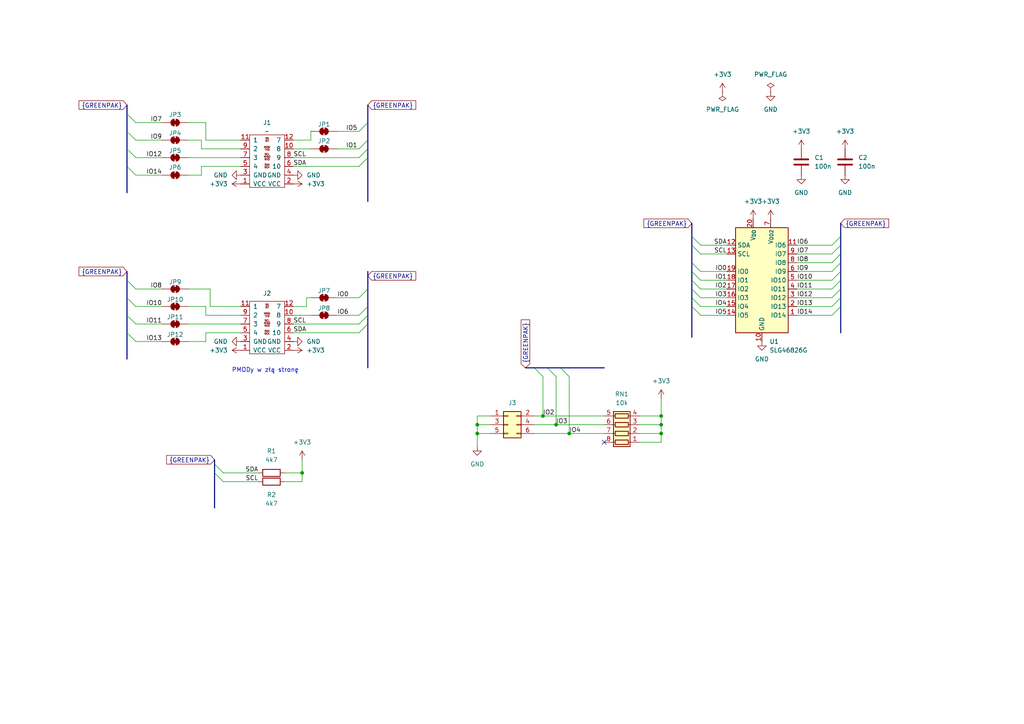
<source format=kicad_sch>
(kicad_sch (version 20231120) (generator "eeschema") (generator_version "8.0")
  (paper "A4")
  (lib_symbols
    (symbol "CPLD_Renesas:SLG46826G"
      (property "Reference" "U" (at 5.08 16.51 0))
      (property "Value" "SLG46826G" (at 6.35 -16.51 0))
      (symbol "SLG46826G_1_1"
        (rectangle (start -7.62 15.24) (end 7.62 -15.24) (stroke (width 0.254)) (fill (type background)))
        (pin bidirectional line (at 10.16 -10.16 180) (length 2.54) (name "IO14") (number "1"))
        (pin power_in line (at 0 -17.78 90) (length 2.54) (name "GND") (number "10"))
        (pin output line (at 10.16 10.16 180) (length 2.54) (name "IO6") (number "11"))
        (pin bidirectional line (at -10.16 10.16 0) (length 2.54) (name "SDA") (number "12"))
        (pin bidirectional line (at -10.16 7.62 0) (length 2.54) (name "SCL") (number "13"))
        (pin bidirectional line (at -10.16 -10.16 0) (length 2.54) (name "IO5") (number "14"))
        (pin bidirectional line (at -10.16 -7.62 0) (length 2.54) (name "IO4") (number "15"))
        (pin bidirectional line (at -10.16 -5.08 0) (length 2.54) (name "IO3") (number "16"))
        (pin bidirectional line (at -10.16 -2.54 0) (length 2.54) (name "IO2") (number "17"))
        (pin bidirectional line (at -10.16 0 0) (length 2.54) (name "IO1") (number "18"))
        (pin bidirectional line (at -10.16 2.54 0) (length 2.54) (name "IO0") (number "19"))
        (pin bidirectional line (at 10.16 -7.62 180) (length 2.54) (name "IO13") (number "2"))
        (pin power_in line (at -2.54 17.78 270) (length 2.54) (name "V_{DD}") (number "20"))
        (pin bidirectional line (at 10.16 -5.08 180) (length 2.54) (name "IO12") (number "3"))
        (pin bidirectional line (at 10.16 -2.54 180) (length 2.54) (name "IO11") (number "4"))
        (pin bidirectional line (at 10.16 0 180) (length 2.54) (name "IO10") (number "5"))
        (pin bidirectional line (at 10.16 2.54 180) (length 2.54) (name "IO9") (number "6"))
        (pin power_in line (at 2.54 17.78 270) (length 2.54) (name "V_{DD2}") (number "7"))
        (pin bidirectional line (at 10.16 5.08 180) (length 2.54) (name "IO8") (number "8"))
        (pin output line (at 10.16 7.62 180) (length 2.54) (name "IO7") (number "9"))
      )
    )
    (symbol "Connector_Generic:Conn_02x03_Odd_Even" (pin_names (offset 1.016) hide)
      (property "Reference" "J" (at 1.27 5.08 0))
      (property "Value" "Conn_02x03_Odd_Even" (at 1.27 -5.08 0))
      (symbol "Conn_02x03_Odd_Even_1_1"
        (rectangle (start -1.27 -2.413) (end 0 -2.667) (stroke (width 0.1524)))
        (rectangle (start -1.27 0.127) (end 0 -0.127) (stroke (width 0.1524)))
        (rectangle (start -1.27 2.667) (end 0 2.413) (stroke (width 0.1524)))
        (rectangle (start -1.27 3.81) (end 3.81 -3.81) (stroke (width 0.254)) (fill (type background)))
        (rectangle (start 3.81 -2.413) (end 2.54 -2.667) (stroke (width 0.1524)))
        (rectangle (start 3.81 0.127) (end 2.54 -0.127) (stroke (width 0.1524)))
        (rectangle (start 3.81 2.667) (end 2.54 2.413) (stroke (width 0.1524)))
        (pin passive line (at -5.08 2.54 0) (length 3.81) (name "Pin_1") (number "1"))
        (pin passive line (at 7.62 2.54 180) (length 3.81) (name "Pin_2") (number "2"))
        (pin passive line (at -5.08 0 0) (length 3.81) (name "Pin_3") (number "3"))
        (pin passive line (at 7.62 0 180) (length 3.81) (name "Pin_4") (number "4"))
        (pin passive line (at -5.08 -2.54 0) (length 3.81) (name "Pin_5") (number "5"))
        (pin passive line (at 7.62 -2.54 180) (length 3.81) (name "Pin_6") (number "6"))
      )
    )
    (symbol "Device:C" (pin_numbers hide) (pin_names (offset 0.254))
      (property "Reference" "C" (at 0.635 2.54 0))
      (property "Value" "C" (at 0.635 -2.54 0))
      (symbol "C_0_1"
        (polyline (pts (xy -2.032 -0.762) (xy 2.032 -0.762)) (stroke (width 0.508)))
        (polyline (pts (xy -2.032 0.762) (xy 2.032 0.762)) (stroke (width 0.508)))
      )
      (symbol "C_1_1"
        (pin passive line (at 0 3.81 270) (length 2.794) (name "~") (number "1"))
        (pin passive line (at 0 -3.81 90) (length 2.794) (name "~") (number "2"))
      )
    )
    (symbol "Device:R" (pin_numbers hide) (pin_names (offset 0))
      (property "Reference" "R" (at 2.032 0 90))
      (property "Value" "R" (at 0 0 90))
      (symbol "R_0_1"
        (rectangle (start -1.016 -2.54) (end 1.016 2.54) (stroke (width 0.254)))
      )
      (symbol "R_1_1"
        (pin passive line (at 0 3.81 270) (length 1.27) (name "~") (number "1"))
        (pin passive line (at 0 -3.81 90) (length 1.27) (name "~") (number "2"))
      )
    )
    (symbol "Device:R_Pack04" (pin_names (offset 0) hide)
      (property "Reference" "RN" (at -7.62 0 90))
      (property "Value" "R_Pack04" (at 5.08 0 90))
      (symbol "R_Pack04_0_1"
        (rectangle (start -6.35 -2.413) (end 3.81 2.413) (stroke (width 0.254)) (fill (type background)))
        (rectangle (start -5.715 1.905) (end -4.445 -1.905) (stroke (width 0.254)))
        (rectangle (start -3.175 1.905) (end -1.905 -1.905) (stroke (width 0.254)))
        (rectangle (start -0.635 1.905) (end 0.635 -1.905) (stroke (width 0.254)))
        (polyline (pts (xy -5.08 -2.54) (xy -5.08 -1.905)))
        (polyline (pts (xy -5.08 1.905) (xy -5.08 2.54)))
        (polyline (pts (xy -2.54 -2.54) (xy -2.54 -1.905)))
        (polyline (pts (xy -2.54 1.905) (xy -2.54 2.54)))
        (polyline (pts (xy 0 -2.54) (xy 0 -1.905)))
        (polyline (pts (xy 0 1.905) (xy 0 2.54)))
        (polyline (pts (xy 2.54 -2.54) (xy 2.54 -1.905)))
        (polyline (pts (xy 2.54 1.905) (xy 2.54 2.54)))
        (rectangle (start 1.905 1.905) (end 3.175 -1.905) (stroke (width 0.254)))
      )
      (symbol "R_Pack04_1_1"
        (pin passive line (at -5.08 -5.08 90) (length 2.54) (name "R1.1") (number "1"))
        (pin passive line (at -2.54 -5.08 90) (length 2.54) (name "R2.1") (number "2"))
        (pin passive line (at 0 -5.08 90) (length 2.54) (name "R3.1") (number "3"))
        (pin passive line (at 2.54 -5.08 90) (length 2.54) (name "R4.1") (number "4"))
        (pin passive line (at 2.54 5.08 270) (length 2.54) (name "R4.2") (number "5"))
        (pin passive line (at 0 5.08 270) (length 2.54) (name "R3.2") (number "6"))
        (pin passive line (at -2.54 5.08 270) (length 2.54) (name "R2.2") (number "7"))
        (pin passive line (at -5.08 5.08 270) (length 2.54) (name "R1.2") (number "8"))
      )
    )
    (symbol "Jumper:SolderJumper_2_Bridged" (pin_numbers hide) (pin_names (offset 0) hide) (exclude_from_sim yes) (in_bom no)
      (property "Reference" "JP" (at 0 2.032 0))
      (property "Value" "SolderJumper_2_Bridged" (at 0 -2.54 0))
      (symbol "SolderJumper_2_Bridged_0_1"
        (rectangle (start -0.508 0.508) (end 0.508 -0.508) (fill (type outline)))
        (arc (start -0.254 1.016) (mid -1.2656 0) (end -0.254 -1.016))
        (arc (start -0.254 1.016) (mid -1.2656 0) (end -0.254 -1.016) (fill (type outline)))
        (polyline (pts (xy -0.254 1.016) (xy -0.254 -1.016)))
        (polyline (pts (xy 0.254 1.016) (xy 0.254 -1.016)))
        (arc (start 0.254 -1.016) (mid 1.2656 0) (end 0.254 1.016))
        (arc (start 0.254 -1.016) (mid 1.2656 0) (end 0.254 1.016) (fill (type outline)))
      )
      (symbol "SolderJumper_2_Bridged_1_1"
        (pin passive line (at -3.81 0 0) (length 2.54) (name "A") (number "1"))
        (pin passive line (at 3.81 0 180) (length 2.54) (name "B") (number "2"))
      )
    )
    (symbol "local:PMOD_Header" (pin_names (offset 1.016))
      (property "Reference" "J" (at -0.254 7.62 0))
      (property "Value" "PMOD_Socket" (at -0.254 9.906 0))
      (symbol "PMOD_Header_0_0"
        (text "INT" (at 0 4.826 0) (effects (font (size 0.508 0.508))))
        (text "MISO" (at 0 0.254 0) (effects (font (size 0.508 0.508))))
        (text "MOSI" (at 0 3.048 0) (effects (font (size 0.508 0.508))))
        (text "RXD" (at 0 -0.508 0) (effects (font (size 0.508 0.508))))
        (text "SCK" (at 0 -2.794 0) (effects (font (size 0.508 0.508))))
        (text "SCL" (at 0 1.016 0) (effects (font (size 0.508 0.508))))
        (text "SDA" (at 0 -2.032 0) (effects (font (size 0.508 0.508))))
        (text "SS" (at 0 5.588 0) (effects (font (size 0.508 0.508))))
        (text "TXD" (at 0 2.286 0) (effects (font (size 0.508 0.508))))
      )
      (symbol "PMOD_Header_0_1"
        (rectangle (start -5.08 -8.636) (end -2.54 -8.636))
        (rectangle (start -5.08 6.604) (end -5.08 -8.636))
        (rectangle (start -2.54 6.604) (end -5.08 6.604))
        (rectangle (start -2.54 6.604) (end 5.08 6.604))
        (rectangle (start 5.08 -8.636) (end -2.54 -8.636))
        (rectangle (start 5.08 6.604) (end 5.08 -8.636))
      )
      (symbol "PMOD_Header_1_1"
        (pin power_in line (at -7.62 -7.62 0) (length 2.54) (name "VCC") (number "1"))
        (pin bidirectional line (at 7.62 2.54 180) (length 2.54) (name "8") (number "10"))
        (pin bidirectional line (at -7.62 5.08 0) (length 2.54) (name "1") (number "11"))
        (pin bidirectional line (at 7.62 5.08 180) (length 2.54) (name "7") (number "12"))
        (pin power_in line (at 7.62 -7.62 180) (length 2.54) (name "VCC") (number "2"))
        (pin passive line (at -7.62 -5.08 0) (length 2.54) (name "GND") (number "3"))
        (pin passive line (at 7.62 -5.08 180) (length 2.54) (name "GND") (number "4"))
        (pin bidirectional line (at -7.62 -2.54 0) (length 2.54) (name "4") (number "5"))
        (pin bidirectional line (at 7.62 -2.54 180) (length 2.54) (name "10") (number "6"))
        (pin bidirectional line (at -7.62 0 0) (length 2.54) (name "3") (number "7"))
        (pin bidirectional line (at 7.62 0 180) (length 2.54) (name "9") (number "8"))
        (pin bidirectional line (at -7.62 2.54 0) (length 2.54) (name "2") (number "9"))
      )
    )
    (symbol "local:PMOD_Socket" (pin_names (offset 1.016))
      (property "Reference" "J" (at -0.254 7.62 0))
      (property "Value" "PMOD_Socket" (at -0.254 9.906 0))
      (symbol "PMOD_Socket_0_0"
        (text "INT" (at 0 4.826 0) (effects (font (size 0.508 0.508))))
        (text "MISO" (at 0 0.254 0) (effects (font (size 0.508 0.508))))
        (text "MOSI" (at 0 3.048 0) (effects (font (size 0.508 0.508))))
        (text "RXD" (at 0 -0.508 0) (effects (font (size 0.508 0.508))))
        (text "SCK" (at 0 -2.794 0) (effects (font (size 0.508 0.508))))
        (text "SCL" (at 0 1.016 0) (effects (font (size 0.508 0.508))))
        (text "SDA" (at 0 -2.032 0) (effects (font (size 0.508 0.508))))
        (text "SS" (at 0 5.588 0) (effects (font (size 0.508 0.508))))
        (text "TXD" (at 0 2.286 0) (effects (font (size 0.508 0.508))))
      )
      (symbol "PMOD_Socket_0_1"
        (rectangle (start -5.08 -8.636) (end -2.54 -8.636))
        (rectangle (start -5.08 6.604) (end -5.08 -8.636))
        (rectangle (start -2.54 6.604) (end -5.08 6.604))
        (rectangle (start -2.54 6.604) (end 5.08 6.604))
        (rectangle (start 5.08 -8.636) (end -2.54 -8.636))
        (rectangle (start 5.08 6.604) (end 5.08 -8.636))
      )
      (symbol "PMOD_Socket_1_1"
        (pin power_in line (at -7.62 -7.62 0) (length 2.54) (name "VCC") (number "1"))
        (pin bidirectional line (at 7.62 2.54 180) (length 2.54) (name "8") (number "10"))
        (pin bidirectional line (at -7.62 5.08 0) (length 2.54) (name "1") (number "11"))
        (pin bidirectional line (at 7.62 5.08 180) (length 2.54) (name "7") (number "12"))
        (pin power_in line (at 7.62 -7.62 180) (length 2.54) (name "VCC") (number "2"))
        (pin passive line (at -7.62 -5.08 0) (length 2.54) (name "GND") (number "3"))
        (pin passive line (at 7.62 -5.08 180) (length 2.54) (name "GND") (number "4"))
        (pin bidirectional line (at -7.62 -2.54 0) (length 2.54) (name "4") (number "5"))
        (pin bidirectional line (at 7.62 -2.54 180) (length 2.54) (name "10") (number "6"))
        (pin bidirectional line (at -7.62 0 0) (length 2.54) (name "3") (number "7"))
        (pin bidirectional line (at 7.62 0 180) (length 2.54) (name "9") (number "8"))
        (pin bidirectional line (at -7.62 2.54 0) (length 2.54) (name "2") (number "9"))
      )
    )
    (symbol "power:+3V3" (power) (pin_numbers hide) (pin_names (offset 0) hide)
      (property "Value" "+3V3" (at 0 3.556 0))
      (symbol "+3V3_0_1"
        (polyline (pts (xy -0.762 1.27) (xy 0 2.54)))
        (polyline (pts (xy 0 0) (xy 0 2.54)))
        (polyline (pts (xy 0 2.54) (xy 0.762 1.27)))
      )
      (symbol "+3V3_1_1"
        (pin power_in line (at 0 0 90) (length 0) (name "~") (number "1"))
      )
    )
    (symbol "power:GND" (power) (pin_numbers hide) (pin_names (offset 0) hide)
      (property "Value" "GND" (at 0 -3.81 0))
      (symbol "GND_0_1"
        (polyline (pts (xy 0 0) (xy 0 -1.27) (xy 1.27 -1.27) (xy 0 -2.54) (xy -1.27 -1.27) (xy 0 -1.27)))
      )
      (symbol "GND_1_1"
        (pin power_in line (at 0 0 270) (length 0) (name "~") (number "1"))
      )
    )
    (symbol "power:PWR_FLAG" (power) (pin_numbers hide) (pin_names (offset 0) hide)
      (property "Value" "PWR_FLAG" (at 0 3.81 0))
      (symbol "PWR_FLAG_0_0"
        (pin power_out line (at 0 0 90) (length 0) (name "~") (number "1"))
      )
      (symbol "PWR_FLAG_0_1"
        (polyline (pts (xy 0 0) (xy 0 1.27) (xy -1.016 1.905) (xy 0 2.54) (xy 1.016 1.905) (xy 0 1.27)))
      )
    )
  )
  (bus_alias "GREENPAK" (members "IO[0..14]" "SDA" "SCL"))
  (junction (at 191.77 123.19))
  (junction (at 87.63 137.16))
  (junction (at 161.29 123.19))
  (junction (at 138.43 123.19))
  (junction (at 191.77 125.73))
  (junction (at 138.43 125.73))
  (junction (at 157.48 120.65))
  (junction (at 165.1 125.73))
  (junction (at 191.77 120.65))
  (no_connect (at 175.26 128.27))
  (bus_entry (at 243.84 88.9) (size -2.54 2.54))
  (bus_entry (at 200.66 83.82) (size 2.54 2.54))
  (bus_entry (at 200.66 86.36) (size 2.54 2.54))
  (bus_entry (at 200.66 76.2) (size 2.54 2.54))
  (bus_entry (at 200.66 81.28) (size 2.54 2.54))
  (bus_entry (at 106.68 93.98) (size -2.54 2.54))
  (bus_entry (at 62.23 137.16) (size 2.54 2.54))
  (bus_entry (at 243.84 78.74) (size -2.54 2.54))
  (bus_entry (at 36.83 96.52) (size 2.54 2.54))
  (bus_entry (at 200.66 78.74) (size 2.54 2.54))
  (bus_entry (at 106.68 83.82) (size -2.54 2.54))
  (bus_entry (at 200.66 71.12) (size 2.54 2.54))
  (bus_entry (at 243.84 73.66) (size -2.54 2.54))
  (bus_entry (at 243.84 83.82) (size -2.54 2.54))
  (bus_entry (at 36.83 86.36) (size 2.54 2.54))
  (bus_entry (at 200.66 88.9) (size 2.54 2.54))
  (bus_entry (at 36.83 43.18) (size 2.54 2.54))
  (bus_entry (at 106.68 91.44) (size -2.54 2.54))
  (bus_entry (at 154.94 106.68) (size 2.54 2.54))
  (bus_entry (at 62.23 134.62) (size 2.54 2.54))
  (bus_entry (at 36.83 38.1) (size 2.54 2.54))
  (bus_entry (at 243.84 81.28) (size -2.54 2.54))
  (bus_entry (at 243.84 86.36) (size -2.54 2.54))
  (bus_entry (at 106.68 43.18) (size -2.54 2.54))
  (bus_entry (at 106.68 45.72) (size -2.54 2.54))
  (bus_entry (at 36.83 33.02) (size 2.54 2.54))
  (bus_entry (at 243.84 76.2) (size -2.54 2.54))
  (bus_entry (at 36.83 81.28) (size 2.54 2.54))
  (bus_entry (at 162.56 106.68) (size 2.54 2.54))
  (bus_entry (at 106.68 35.56) (size -2.54 2.54))
  (bus_entry (at 106.68 40.64) (size -2.54 2.54))
  (bus_entry (at 243.84 71.12) (size -2.54 2.54))
  (bus_entry (at 158.75 106.68) (size 2.54 2.54))
  (bus_entry (at 36.83 48.26) (size 2.54 2.54))
  (bus_entry (at 200.66 68.58) (size 2.54 2.54))
  (bus_entry (at 36.83 91.44) (size 2.54 2.54))
  (bus_entry (at 243.84 68.58) (size -2.54 2.54))
  (bus_entry (at 106.68 88.9) (size -2.54 2.54))
  (wire (pts (xy 39.37 88.9) (xy 46.99 88.9)))
  (bus (pts (xy 106.68 35.56) (xy 106.68 40.64)))
  (wire (pts (xy 58.42 50.8) (xy 54.61 50.8)))
  (wire (pts (xy 87.63 137.16) (xy 82.55 137.16)))
  (bus (pts (xy 200.66 81.28) (xy 200.66 83.82)))
  (wire (pts (xy 231.14 73.66) (xy 241.3 73.66)))
  (bus (pts (xy 106.68 83.82) (xy 106.68 88.9)))
  (wire (pts (xy 58.42 40.64) (xy 54.61 40.64)))
  (wire (pts (xy 64.77 139.7) (xy 74.93 139.7)))
  (wire (pts (xy 191.77 128.27) (xy 185.42 128.27)))
  (bus (pts (xy 36.83 81.28) (xy 36.83 86.36)))
  (bus (pts (xy 36.83 30.48) (xy 36.83 33.02)))
  (bus (pts (xy 106.68 40.64) (xy 106.68 43.18)))
  (wire (pts (xy 191.77 115.57) (xy 191.77 120.65)))
  (wire (pts (xy 203.2 81.28) (xy 210.82 81.28)))
  (bus (pts (xy 200.66 71.12) (xy 200.66 76.2)))
  (wire (pts (xy 203.2 91.44) (xy 210.82 91.44)))
  (wire (pts (xy 85.09 91.44) (xy 90.17 91.44)))
  (bus (pts (xy 200.66 64.77) (xy 200.66 68.58)))
  (wire (pts (xy 58.42 48.26) (xy 58.42 50.8)))
  (bus (pts (xy 154.94 106.68) (xy 158.75 106.68)))
  (wire (pts (xy 231.14 81.28) (xy 241.3 81.28)))
  (wire (pts (xy 90.17 40.64) (xy 85.09 40.64)))
  (wire (pts (xy 203.2 83.82) (xy 210.82 83.82)))
  (wire (pts (xy 191.77 120.65) (xy 191.77 123.19)))
  (wire (pts (xy 138.43 129.54) (xy 138.43 125.73)))
  (bus (pts (xy 243.84 68.58) (xy 243.84 71.12)))
  (wire (pts (xy 60.96 83.82) (xy 54.61 83.82)))
  (wire (pts (xy 203.2 88.9) (xy 210.82 88.9)))
  (wire (pts (xy 138.43 120.65) (xy 142.24 120.65)))
  (wire (pts (xy 59.69 40.64) (xy 59.69 35.56)))
  (wire (pts (xy 88.9 88.9) (xy 88.9 86.36)))
  (wire (pts (xy 185.42 123.19) (xy 191.77 123.19)))
  (bus (pts (xy 62.23 133.35) (xy 62.23 134.62)))
  (bus (pts (xy 36.83 48.26) (xy 36.83 55.88)))
  (bus (pts (xy 243.84 71.12) (xy 243.84 73.66)))
  (wire (pts (xy 231.14 78.74) (xy 241.3 78.74)))
  (bus (pts (xy 243.84 78.74) (xy 243.84 81.28)))
  (wire (pts (xy 191.77 123.19) (xy 191.77 125.73)))
  (wire (pts (xy 161.29 123.19) (xy 175.26 123.19)))
  (wire (pts (xy 157.48 120.65) (xy 175.26 120.65)))
  (wire (pts (xy 39.37 35.56) (xy 46.99 35.56)))
  (bus (pts (xy 36.83 96.52) (xy 36.83 104.14)))
  (wire (pts (xy 231.14 86.36) (xy 241.3 86.36)))
  (bus (pts (xy 106.68 43.18) (xy 106.68 45.72)))
  (wire (pts (xy 185.42 120.65) (xy 191.77 120.65)))
  (bus (pts (xy 200.66 76.2) (xy 200.66 78.74)))
  (wire (pts (xy 154.94 125.73) (xy 165.1 125.73)))
  (wire (pts (xy 161.29 109.22) (xy 161.29 123.19)))
  (wire (pts (xy 85.09 48.26) (xy 104.14 48.26)))
  (wire (pts (xy 60.96 88.9) (xy 60.96 83.82)))
  (wire (pts (xy 54.61 93.98) (xy 69.85 93.98)))
  (wire (pts (xy 59.69 96.52) (xy 69.85 96.52)))
  (bus (pts (xy 200.66 78.74) (xy 200.66 81.28)))
  (wire (pts (xy 87.63 133.35) (xy 87.63 137.16)))
  (wire (pts (xy 85.09 93.98) (xy 104.14 93.98)))
  (bus (pts (xy 200.66 88.9) (xy 200.66 97.79)))
  (wire (pts (xy 203.2 86.36) (xy 210.82 86.36)))
  (bus (pts (xy 243.84 88.9) (xy 243.84 96.52)))
  (bus (pts (xy 158.75 106.68) (xy 162.56 106.68)))
  (bus (pts (xy 243.84 86.36) (xy 243.84 88.9)))
  (bus (pts (xy 162.56 106.68) (xy 175.26 106.68)))
  (wire (pts (xy 85.09 43.18) (xy 90.17 43.18)))
  (wire (pts (xy 142.24 123.19) (xy 138.43 123.19)))
  (bus (pts (xy 36.83 86.36) (xy 36.83 91.44)))
  (wire (pts (xy 154.94 123.19) (xy 161.29 123.19)))
  (wire (pts (xy 203.2 71.12) (xy 210.82 71.12)))
  (bus (pts (xy 36.83 38.1) (xy 36.83 43.18)))
  (wire (pts (xy 69.85 88.9) (xy 60.96 88.9)))
  (wire (pts (xy 39.37 50.8) (xy 46.99 50.8)))
  (wire (pts (xy 203.2 78.74) (xy 210.82 78.74)))
  (wire (pts (xy 185.42 125.73) (xy 191.77 125.73)))
  (wire (pts (xy 39.37 83.82) (xy 46.99 83.82)))
  (bus (pts (xy 62.23 137.16) (xy 62.23 147.32)))
  (bus (pts (xy 106.68 30.48) (xy 106.68 35.56)))
  (wire (pts (xy 97.79 86.36) (xy 104.14 86.36)))
  (wire (pts (xy 138.43 125.73) (xy 142.24 125.73)))
  (wire (pts (xy 69.85 91.44) (xy 59.69 91.44)))
  (wire (pts (xy 87.63 139.7) (xy 87.63 137.16)))
  (bus (pts (xy 152.4 106.68) (xy 154.94 106.68)))
  (bus (pts (xy 243.84 76.2) (xy 243.84 78.74)))
  (bus (pts (xy 200.66 83.82) (xy 200.66 86.36)))
  (wire (pts (xy 59.69 35.56) (xy 54.61 35.56)))
  (wire (pts (xy 69.85 40.64) (xy 59.69 40.64)))
  (wire (pts (xy 85.09 45.72) (xy 104.14 45.72)))
  (bus (pts (xy 106.68 93.98) (xy 106.68 106.68)))
  (wire (pts (xy 97.79 38.1) (xy 104.14 38.1)))
  (bus (pts (xy 36.83 78.74) (xy 36.83 81.28)))
  (wire (pts (xy 69.85 43.18) (xy 58.42 43.18)))
  (wire (pts (xy 154.94 120.65) (xy 157.48 120.65)))
  (wire (pts (xy 39.37 45.72) (xy 46.99 45.72)))
  (bus (pts (xy 243.84 83.82) (xy 243.84 86.36)))
  (wire (pts (xy 138.43 123.19) (xy 138.43 120.65)))
  (bus (pts (xy 62.23 134.62) (xy 62.23 137.16)))
  (wire (pts (xy 54.61 45.72) (xy 69.85 45.72)))
  (wire (pts (xy 69.85 48.26) (xy 58.42 48.26)))
  (wire (pts (xy 231.14 76.2) (xy 241.3 76.2)))
  (wire (pts (xy 85.09 88.9) (xy 88.9 88.9)))
  (bus (pts (xy 200.66 68.58) (xy 200.66 71.12)))
  (wire (pts (xy 138.43 123.19) (xy 138.43 125.73)))
  (wire (pts (xy 59.69 91.44) (xy 59.69 88.9)))
  (wire (pts (xy 97.79 91.44) (xy 104.14 91.44)))
  (bus (pts (xy 106.68 78.74) (xy 106.68 83.82)))
  (wire (pts (xy 90.17 38.1) (xy 90.17 40.64)))
  (wire (pts (xy 191.77 125.73) (xy 191.77 128.27)))
  (bus (pts (xy 243.84 64.77) (xy 243.84 68.58)))
  (wire (pts (xy 59.69 96.52) (xy 59.69 99.06)))
  (bus (pts (xy 36.83 33.02) (xy 36.83 38.1)))
  (wire (pts (xy 88.9 86.36) (xy 90.17 86.36)))
  (bus (pts (xy 106.68 88.9) (xy 106.68 91.44)))
  (wire (pts (xy 231.14 71.12) (xy 241.3 71.12)))
  (wire (pts (xy 59.69 88.9) (xy 54.61 88.9)))
  (wire (pts (xy 85.09 96.52) (xy 104.14 96.52)))
  (wire (pts (xy 97.79 43.18) (xy 104.14 43.18)))
  (wire (pts (xy 157.48 109.22) (xy 157.48 120.65)))
  (wire (pts (xy 231.14 91.44) (xy 241.3 91.44)))
  (wire (pts (xy 231.14 88.9) (xy 241.3 88.9)))
  (wire (pts (xy 58.42 43.18) (xy 58.42 40.64)))
  (bus (pts (xy 106.68 45.72) (xy 106.68 58.42)))
  (wire (pts (xy 59.69 99.06) (xy 54.61 99.06)))
  (bus (pts (xy 243.84 73.66) (xy 243.84 76.2)))
  (bus (pts (xy 200.66 86.36) (xy 200.66 88.9)))
  (wire (pts (xy 165.1 125.73) (xy 175.26 125.73)))
  (wire (pts (xy 231.14 83.82) (xy 241.3 83.82)))
  (bus (pts (xy 36.83 43.18) (xy 36.83 48.26)))
  (bus (pts (xy 106.68 91.44) (xy 106.68 93.98)))
  (bus (pts (xy 36.83 91.44) (xy 36.83 96.52)))
  (wire (pts (xy 203.2 73.66) (xy 210.82 73.66)))
  (wire (pts (xy 39.37 40.64) (xy 46.99 40.64)))
  (wire (pts (xy 165.1 109.22) (xy 165.1 125.73)))
  (bus (pts (xy 243.84 81.28) (xy 243.84 83.82)))
  (wire (pts (xy 39.37 93.98) (xy 46.99 93.98)))
  (wire (pts (xy 39.37 99.06) (xy 46.99 99.06)))
  (wire (pts (xy 82.55 139.7) (xy 87.63 139.7)))
  (wire (pts (xy 64.77 137.16) (xy 74.93 137.16)))
  (text "PMODy w złą stronę" (at 76.962 107.442 0) (effects (font (size 1.27 1.27))))
  (label "IO8" (at 46.99 83.82 180))
  (label "SDA" (at 85.09 96.52 0))
  (label "IO1" (at 210.82 81.28 180))
  (label "IO0" (at 97.79 86.36 0))
  (label "SCL" (at 85.09 45.72 0))
  (label "IO13" (at 231.14 88.9 0))
  (label "IO6" (at 231.14 71.12 0))
  (label "IO5" (at 210.82 91.44 180))
  (label "IO3" (at 161.29 123.19 0))
  (label "IO13" (at 46.99 99.06 180))
  (label "IO9" (at 46.99 40.64 180))
  (label "SCL" (at 85.09 93.98 0))
  (label "IO1" (at 100.33 43.18 0))
  (label "IO12" (at 231.14 86.36 0))
  (label "IO2" (at 157.48 120.65 0))
  (label "IO6" (at 97.79 91.44 0))
  (label "IO11" (at 46.99 93.98 180))
  (label "IO10" (at 46.99 88.9 180))
  (label "IO0" (at 210.82 78.74 180))
  (label "SCL" (at 210.82 73.66 180))
  (label "IO7" (at 231.14 73.66 0))
  (label "IO9" (at 231.14 78.74 0))
  (label "IO5" (at 100.33 38.1 0))
  (label "IO8" (at 231.14 76.2 0))
  (label "IO14" (at 231.14 91.44 0))
  (label "IO7" (at 46.99 35.56 180))
  (label "IO2" (at 210.82 83.82 180))
  (label "IO4" (at 165.1 125.73 0))
  (label "IO4" (at 210.82 88.9 180))
  (label "IO3" (at 210.82 86.36 180))
  (label "SDA" (at 210.82 71.12 180))
  (label "SDA" (at 74.93 137.16 180))
  (label "SDA" (at 85.09 48.26 0))
  (label "IO11" (at 231.14 83.82 0))
  (label "IO10" (at 231.14 81.28 0))
  (label "IO12" (at 46.99 45.72 180))
  (label "IO14" (at 46.99 50.8 180))
  (label "SCL" (at 74.93 139.7 180))
  (global_label "{GREENPAK}" (shape input) (at 36.83 78.74 180) (property "Intersheetrefs" "${INTERSHEET_REFS}" (effects (hide yes))))
  (global_label "{GREENPAK}" (shape input) (at 36.83 30.48 180) (property "Intersheetrefs" "${INTERSHEET_REFS}" (effects (hide yes))))
  (global_label "{GREENPAK}" (shape input) (at 243.84 64.77 0) (property "Intersheetrefs" "${INTERSHEET_REFS}" (effects (hide yes))))
  (global_label "{GREENPAK}" (shape input) (at 106.68 80.01 0) (property "Intersheetrefs" "${INTERSHEET_REFS}" (effects (hide yes))))
  (global_label "{GREENPAK}" (shape input) (at 152.4 106.68 90) (property "Intersheetrefs" "${INTERSHEET_REFS}" (effects (hide yes))))
  (global_label "{GREENPAK}" (shape input) (at 106.68 30.48 0) (property "Intersheetrefs" "${INTERSHEET_REFS}" (effects (hide yes))))
  (global_label "{GREENPAK}" (shape input) (at 62.23 133.35 180) (property "Intersheetrefs" "${INTERSHEET_REFS}" (effects (hide yes))))
  (global_label "{GREENPAK}" (shape input) (at 200.66 64.77 180) (property "Intersheetrefs" "${INTERSHEET_REFS}" (effects (hide yes))))
  (symbol (lib_id "Jumper:SolderJumper_2_Bridged") (at 50.8 50.8 0) (unit 1) (exclude_from_sim yes) (in_bom no)
    (property "Reference" "JP6" (at 50.8 48.514 0))
    (property "Value" "SolderJumper_2_Bridged" (effects (hide yes)))
    (property "Footprint" "Jumper:SolderJumper-2_P1.3mm_Bridged_Pad1.0x1.5mm" (effects (hide yes)))
    (property "Description" "Solder Jumper, 2-pole, closed/bridged" (effects (hide yes)))
  )
  (symbol (lib_id "Jumper:SolderJumper_2_Bridged") (at 93.98 38.1 0) (unit 1) (exclude_from_sim yes) (in_bom no)
    (property "Reference" "JP1" (at 93.98 36.068 0))
    (property "Footprint" "Jumper:SolderJumper-2_P1.3mm_Bridged_Pad1.0x1.5mm" (effects (hide yes)))
    (property "Description" "Solder Jumper, 2-pole, closed/bridged" (effects (hide yes)))
  )
  (symbol (lib_id "Device:C") (at 245.11 46.99 0) (unit 1)
    (property "Reference" "C2" (at 248.92 45.7199 0) (effects (justify left)))
    (property "Value" "100n" (at 248.92 48.2599 0) (effects (justify left)))
    (property "Footprint" "Capacitor_SMD:C_0805_2012Metric_Pad1.18x1.45mm_HandSolder" (effects (hide yes)))
    (property "Description" "Unpolarized capacitor" (effects (hide yes)))
  )
  (symbol (lib_id "power:GND") (at 85.09 50.8 90) (unit 1)
    (property "Reference" "#PWR02" (effects (hide yes)))
    (property "Value" "GND" (at 88.9 50.7999 90) (effects (justify right)))
    (property "Description" "Power symbol creates a global label with name \"GND\" , ground" (effects (hide yes)))
  )
  (symbol (lib_id "local:PMOD_Header") (at 77.47 45.72 0) (unit 1)
    (property "Reference" "J1" (at 77.47 35.56 0))
    (property "Value" "~" (at 77.47 38.1 0))
    (property "Footprint" "Connector_PinHeader_2.54mm:PinHeader_2x06_P2.54mm_Horizontal" (effects (hide yes)))
    (property "Description" "Generic connector, double row, 02x06, odd/even pin numbering scheme (row 1 odd numbers, row 2 even numbers), script generated (kicad-library-utils/schlib/autogen/connector/)" (effects (hide yes)))
  )
  (symbol (lib_id "power:GND") (at 69.85 50.8 270) (unit 1)
    (property "Reference" "#PWR03" (effects (hide yes)))
    (property "Value" "GND" (at 66.04 50.7999 90) (effects (justify right)))
    (property "Description" "Power symbol creates a global label with name \"GND\" , ground" (effects (hide yes)))
  )
  (symbol (lib_id "power:+3V3") (at 245.11 43.18 0) (unit 1)
    (property "Reference" "#PWR014" (effects (hide yes)))
    (property "Value" "+3V3" (at 245.11 38.1 0))
    (property "Description" "Power symbol creates a global label with name \"+3V3\"" (effects (hide yes)))
  )
  (symbol (lib_id "Jumper:SolderJumper_2_Bridged") (at 50.8 93.98 0) (unit 1) (exclude_from_sim yes) (in_bom no)
    (property "Reference" "JP11" (at 50.8 91.948 0))
    (property "Value" "SolderJumper_2_Bridged" (effects (hide yes)))
    (property "Footprint" "Jumper:SolderJumper-2_P1.3mm_Bridged_Pad1.0x1.5mm" (effects (hide yes)))
    (property "Description" "Solder Jumper, 2-pole, closed/bridged" (effects (hide yes)))
  )
  (symbol (lib_id "Jumper:SolderJumper_2_Bridged") (at 50.8 40.64 0) (unit 1) (exclude_from_sim yes) (in_bom no)
    (property "Reference" "JP4" (at 50.8 38.608 0))
    (property "Value" "SolderJumper_2_Bridged" (effects (hide yes)))
    (property "Footprint" "Jumper:SolderJumper-2_P1.3mm_Bridged_Pad1.0x1.5mm" (effects (hide yes)))
    (property "Description" "Solder Jumper, 2-pole, closed/bridged" (effects (hide yes)))
  )
  (symbol (lib_id "power:+3V3") (at 69.85 101.6 90) (unit 1)
    (property "Reference" "#PWR09" (effects (hide yes)))
    (property "Value" "+3V3" (at 66.04 101.5999 90) (effects (justify left)))
    (property "Description" "Power symbol creates a global label with name \"+3V3\"" (effects (hide yes)))
  )
  (symbol (lib_id "Device:R_Pack04") (at 180.34 123.19 90) (unit 1)
    (property "Reference" "RN1" (at 180.34 114.3 90))
    (property "Value" "10k" (at 180.34 116.84 90))
    (property "Footprint" "Resistor_SMD:R_Array_Convex_4x0603" (effects (hide yes)))
    (property "Description" "4 resistor network, parallel topology" (effects (hide yes)))
  )
  (symbol (lib_id "Jumper:SolderJumper_2_Bridged") (at 93.98 86.36 0) (unit 1) (exclude_from_sim yes) (in_bom no)
    (property "Reference" "JP7" (at 93.98 84.328 0))
    (property "Value" "SolderJumper_2_Bridged" (effects (hide yes)))
    (property "Footprint" "Jumper:SolderJumper-2_P1.3mm_Bridged_Pad1.0x1.5mm" (effects (hide yes)))
    (property "Description" "Solder Jumper, 2-pole, closed/bridged" (effects (hide yes)))
  )
  (symbol (lib_id "power:+3V3") (at 191.77 115.57 0) (unit 1)
    (property "Reference" "#PWR017" (effects (hide yes)))
    (property "Value" "+3V3" (at 191.77 110.49 0))
    (property "Description" "Power symbol creates a global label with name \"+3V3\"" (effects (hide yes)))
  )
  (symbol (lib_id "power:+3V3") (at 232.41 43.18 0) (unit 1)
    (property "Reference" "#PWR013" (effects (hide yes)))
    (property "Value" "+3V3" (at 232.41 38.1 0))
    (property "Description" "Power symbol creates a global label with name \"+3V3\"" (effects (hide yes)))
  )
  (symbol (lib_id "local:PMOD_Socket") (at 77.47 93.98 0) (unit 1)
    (property "Reference" "J2" (at 77.47 85.09 0))
    (property "Value" "Conn_02x06_Top_Bottom" (effects (hide yes)))
    (property "Footprint" "Connector_PinSocket_2.54mm:PinSocket_2x06_P2.54mm_Horizontal" (effects (hide yes)))
    (property "Description" "Generic connector, double row, 02x06, odd/even pin numbering scheme (row 1 odd numbers, row 2 even numbers), script generated (kicad-library-utils/schlib/autogen/connector/)" (effects (hide yes)))
  )
  (symbol (lib_id "power:+3V3") (at 85.09 101.6 270) (unit 1)
    (property "Reference" "#PWR08" (effects (hide yes)))
    (property "Value" "+3V3" (at 88.9 101.5999 90) (effects (justify left)))
    (property "Description" "Power symbol creates a global label with name \"+3V3\"" (effects (hide yes)))
  )
  (symbol (lib_id "Jumper:SolderJumper_2_Bridged") (at 50.8 45.72 0) (unit 1) (exclude_from_sim yes) (in_bom no)
    (property "Reference" "JP5" (at 50.8 43.688 0))
    (property "Value" "SolderJumper_2_Bridged" (effects (hide yes)))
    (property "Footprint" "Jumper:SolderJumper-2_P1.3mm_Bridged_Pad1.0x1.5mm" (effects (hide yes)))
    (property "Description" "Solder Jumper, 2-pole, closed/bridged" (effects (hide yes)))
  )
  (symbol (lib_id "Device:R") (at 78.74 139.7 90) (unit 1)
    (property "Reference" "R2" (at 78.74 143.51 90))
    (property "Value" "4k7" (at 78.74 146.05 90))
    (property "Footprint" "Resistor_SMD:R_0603_1608Metric_Pad0.98x0.95mm_HandSolder" (effects (hide yes)))
    (property "Description" "Resistor" (effects (hide yes)))
  )
  (symbol (lib_id "power:GND") (at 85.09 99.06 90) (unit 1)
    (property "Reference" "#PWR06" (effects (hide yes)))
    (property "Value" "GND" (at 88.9 99.0599 90) (effects (justify right)))
    (property "Description" "Power symbol creates a global label with name \"GND\" , ground" (effects (hide yes)))
  )
  (symbol (lib_id "Jumper:SolderJumper_2_Bridged") (at 93.98 43.18 0) (unit 1) (exclude_from_sim yes) (in_bom no)
    (property "Reference" "JP2" (at 93.98 40.894 0))
    (property "Value" "SolderJumper_2_Bridged" (effects (hide yes)))
    (property "Footprint" "Jumper:SolderJumper-2_P1.3mm_Bridged_Pad1.0x1.5mm" (effects (hide yes)))
    (property "Description" "Solder Jumper, 2-pole, closed/bridged" (effects (hide yes)))
  )
  (symbol (lib_id "power:+3V3") (at 209.55 26.67 0) (unit 1)
    (property "Reference" "#PWR016" (effects (hide yes)))
    (property "Value" "+3V3" (at 209.55 21.59 0))
    (property "Description" "Power symbol creates a global label with name \"+3V3\"" (effects (hide yes)))
  )
  (symbol (lib_id "Connector_Generic:Conn_02x03_Odd_Even") (at 147.32 123.19 0) (unit 1)
    (property "Reference" "J3" (at 148.59 116.84 0))
    (property "Value" "Conn_02x03_Counter_Clockwise" (effects (hide yes)))
    (property "Footprint" "Connector_PinHeader_1.27mm:PinHeader_2x03_P1.27mm_Vertical_SMD" (effects (hide yes)))
    (property "Description" "Generic connector, double row, 02x03, odd/even pin numbering scheme (row 1 odd numbers, row 2 even numbers), script generated (kicad-library-utils/schlib/autogen/connector/)" (effects (hide yes)))
  )
  (symbol (lib_id "power:+3V3") (at 223.52 63.5 0) (unit 1)
    (property "Reference" "#PWR010" (effects (hide yes)))
    (property "Value" "+3V3" (at 223.52 58.42 0))
    (property "Description" "Power symbol creates a global label with name \"+3V3\"" (effects (hide yes)))
  )
  (symbol (lib_id "power:+3V3") (at 69.85 53.34 90) (unit 1)
    (property "Reference" "#PWR05" (effects (hide yes)))
    (property "Value" "+3V3" (at 66.04 53.3399 90) (effects (justify left)))
    (property "Description" "Power symbol creates a global label with name \"+3V3\"" (effects (hide yes)))
  )
  (symbol (lib_id "power:GND") (at 232.41 50.8 0) (unit 1)
    (property "Reference" "#PWR012" (effects (hide yes)))
    (property "Value" "GND" (at 232.41 55.88 0))
    (property "Description" "Power symbol creates a global label with name \"GND\" , ground" (effects (hide yes)))
  )
  (symbol (lib_id "CPLD_Renesas:SLG46826G") (at 220.98 81.28 0) (unit 1)
    (property "Reference" "U1" (at 223.1741 99.06 0) (effects (justify left)))
    (property "Value" "SLG46826G" (at 223.1741 101.6 0) (effects (justify left)))
    (property "Footprint" "Package_SO:TSSOP-20_4.4x6.5mm_P0.65mm" (effects (hide yes)))
    (property "Datasheet" "https://www.renesas.com/in/en/document/dst/slg46826-datasheet" (effects (hide yes)))
    (property "Description" "GreenPAK Programmable Mixed-Signal Matrix with In-System Programmability, TSSOP-20" (effects (hide yes)))
  )
  (symbol (lib_id "Jumper:SolderJumper_2_Bridged") (at 50.8 99.06 0) (unit 1) (exclude_from_sim yes) (in_bom no)
    (property "Reference" "JP12" (at 50.8 97.028 0))
    (property "Value" "SolderJumper_2_Bridged" (effects (hide yes)))
    (property "Footprint" "Jumper:SolderJumper-2_P1.3mm_Bridged_Pad1.0x1.5mm" (effects (hide yes)))
    (property "Description" "Solder Jumper, 2-pole, closed/bridged" (effects (hide yes)))
  )
  (symbol (lib_id "Jumper:SolderJumper_2_Bridged") (at 50.8 35.56 0) (unit 1) (exclude_from_sim yes) (in_bom no)
    (property "Reference" "JP3" (at 50.8 33.274 0))
    (property "Value" "SolderJumper_2_Bridged" (effects (hide yes)))
    (property "Footprint" "Jumper:SolderJumper-2_P1.3mm_Bridged_Pad1.0x1.5mm" (effects (hide yes)))
    (property "Description" "Solder Jumper, 2-pole, closed/bridged" (effects (hide yes)))
  )
  (symbol (lib_id "power:GND") (at 138.43 129.54 0) (unit 1)
    (property "Reference" "#PWR018" (effects (hide yes)))
    (property "Value" "GND" (at 138.43 134.62 0))
    (property "Description" "Power symbol creates a global label with name \"GND\" , ground" (effects (hide yes)))
  )
  (symbol (lib_id "power:GND") (at 220.98 99.06 0) (unit 1)
    (property "Reference" "#PWR01" (effects (hide yes)))
    (property "Value" "GND" (at 220.98 104.14 0))
    (property "Description" "Power symbol creates a global label with name \"GND\" , ground" (effects (hide yes)))
  )
  (symbol (lib_id "power:GND") (at 69.85 99.06 270) (unit 1)
    (property "Reference" "#PWR07" (effects (hide yes)))
    (property "Value" "GND" (at 66.04 99.0599 90) (effects (justify right)))
    (property "Description" "Power symbol creates a global label with name \"GND\" , ground" (effects (hide yes)))
  )
  (symbol (lib_id "power:+3V3") (at 218.44 63.5 0) (unit 1)
    (property "Reference" "#PWR011" (effects (hide yes)))
    (property "Value" "+3V3" (at 218.44 58.42 0))
    (property "Description" "Power symbol creates a global label with name \"+3V3\"" (effects (hide yes)))
  )
  (symbol (lib_id "power:+3V3") (at 85.09 53.34 270) (unit 1)
    (property "Reference" "#PWR04" (effects (hide yes)))
    (property "Value" "+3V3" (at 88.9 53.3399 90) (effects (justify left)))
    (property "Description" "Power symbol creates a global label with name \"+3V3\"" (effects (hide yes)))
  )
  (symbol (lib_id "Device:C") (at 232.41 46.99 0) (unit 1)
    (property "Reference" "C1" (at 236.22 45.7199 0) (effects (justify left)))
    (property "Value" "100n" (at 236.22 48.2599 0) (effects (justify left)))
    (property "Footprint" "Capacitor_SMD:C_0805_2012Metric_Pad1.18x1.45mm_HandSolder" (effects (hide yes)))
    (property "Description" "Unpolarized capacitor" (effects (hide yes)))
  )
  (symbol (lib_id "Jumper:SolderJumper_2_Bridged") (at 93.98 91.44 0) (unit 1) (exclude_from_sim yes) (in_bom no)
    (property "Reference" "JP8" (at 93.98 89.408 0))
    (property "Value" "SolderJumper_2_Bridged" (effects (hide yes)))
    (property "Footprint" "Jumper:SolderJumper-2_P1.3mm_Bridged_Pad1.0x1.5mm" (effects (hide yes)))
    (property "Description" "Solder Jumper, 2-pole, closed/bridged" (effects (hide yes)))
  )
  (symbol (lib_id "power:GND") (at 245.11 50.8 0) (unit 1)
    (property "Reference" "#PWR015" (effects (hide yes)))
    (property "Value" "GND" (at 245.11 55.88 0))
    (property "Description" "Power symbol creates a global label with name \"GND\" , ground" (effects (hide yes)))
  )
  (symbol (lib_id "Jumper:SolderJumper_2_Bridged") (at 50.8 83.82 0) (unit 1) (exclude_from_sim yes) (in_bom no)
    (property "Reference" "JP9" (at 50.8 81.788 0))
    (property "Value" "SolderJumper_2_Bridged" (effects (hide yes)))
    (property "Footprint" "Jumper:SolderJumper-2_P1.3mm_Bridged_Pad1.0x1.5mm" (effects (hide yes)))
    (property "Description" "Solder Jumper, 2-pole, closed/bridged" (effects (hide yes)))
  )
  (symbol (lib_id "power:PWR_FLAG") (at 209.55 26.67 180) (unit 1)
    (property "Reference" "#FLG01" (effects (hide yes)))
    (property "Value" "PWR_FLAG" (at 209.55 31.75 0))
    (property "Description" "Special symbol for telling ERC where power comes from" (effects (hide yes)))
  )
  (symbol (lib_id "Device:R") (at 78.74 137.16 90) (unit 1)
    (property "Reference" "R1" (at 78.74 130.81 90))
    (property "Value" "4k7" (at 78.74 133.35 90))
    (property "Footprint" "Resistor_SMD:R_0603_1608Metric_Pad0.98x0.95mm_HandSolder" (effects (hide yes)))
    (property "Description" "Resistor" (effects (hide yes)))
  )
  (symbol (lib_id "power:GND") (at 223.52 26.67 0) (unit 1)
    (property "Reference" "#PWR019" (effects (hide yes)))
    (property "Value" "GND" (at 223.52 31.75 0))
    (property "Description" "Power symbol creates a global label with name \"GND\" , ground" (effects (hide yes)))
  )
  (symbol (lib_id "Jumper:SolderJumper_2_Bridged") (at 50.8 88.9 0) (unit 1) (exclude_from_sim yes) (in_bom no)
    (property "Reference" "JP10" (at 50.8 86.868 0))
    (property "Value" "SolderJumper_2_Bridged" (effects (hide yes)))
    (property "Footprint" "Jumper:SolderJumper-2_P1.3mm_Bridged_Pad1.0x1.5mm" (effects (hide yes)))
    (property "Description" "Solder Jumper, 2-pole, closed/bridged" (effects (hide yes)))
  )
  (symbol (lib_id "power:PWR_FLAG") (at 223.52 26.67 0) (unit 1)
    (property "Reference" "#FLG02" (effects (hide yes)))
    (property "Value" "PWR_FLAG" (at 223.52 21.59 0))
    (property "Description" "Special symbol for telling ERC where power comes from" (effects (hide yes)))
  )
  (symbol (lib_id "power:+3V3") (at 87.63 133.35 0) (unit 1)
    (property "Reference" "#PWR020" (effects (hide yes)))
    (property "Value" "+3V3" (at 87.63 128.27 0))
    (property "Description" "Power symbol creates a global label with name \"+3V3\"" (effects (hide yes)))
  )
)
</source>
